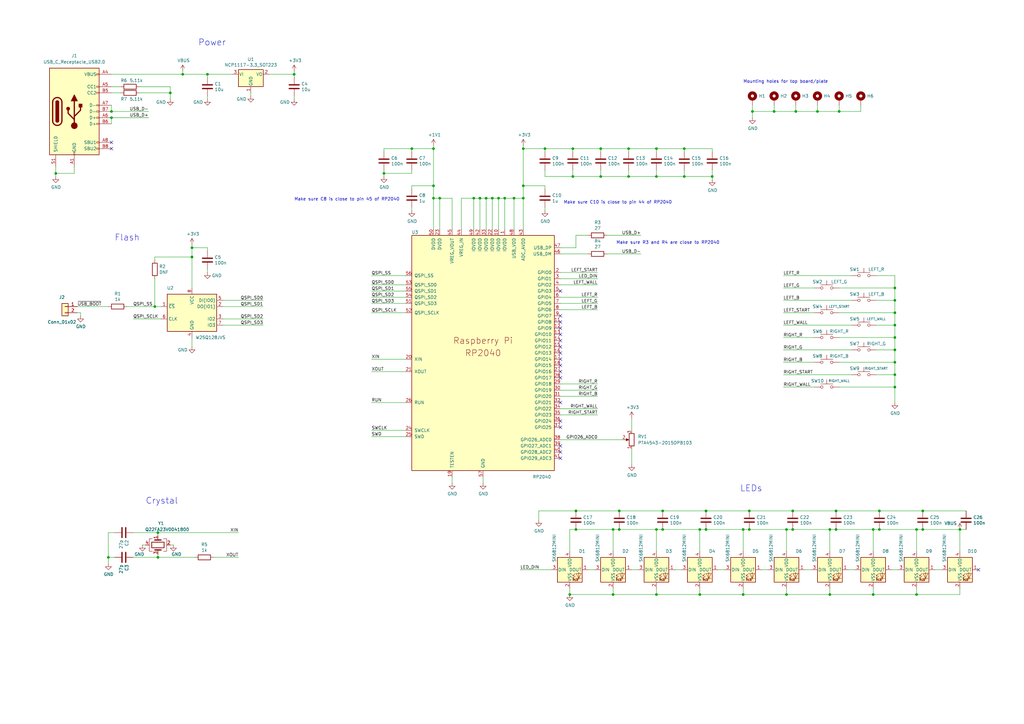
<source format=kicad_sch>
(kicad_sch (version 20211123) (generator eeschema)
  (paper "A3")
  (title_block (title "m.i.n.i.g.e.k.i") (date "2022-06-08") (rev "v3.0") (company "defvs"))
  (junction (at 180.34 81.28))
  (junction (at 78.74 105.41))
  (junction (at 280.67 72.39))
  (junction (at 257.81 72.39))
  (junction (at 63.5 125.73))
  (junction (at 236.22 209.55))
  (junction (at 177.8 81.28))
  (junction (at 287.02 217.17))
  (junction (at 44.45 228.6))
  (junction (at 360.68 209.55))
  (junction (at 325.12 209.55))
  (junction (at 367.03 158.75))
  (junction (at 168.91 60.96))
  (junction (at 360.68 217.17))
  (junction (at 271.78 217.17))
  (junction (at 246.38 72.39))
  (junction (at 234.95 60.96))
  (junction (at 251.46 243.84))
  (junction (at 292.1 72.39))
  (junction (at 393.7 217.17))
  (junction (at 199.39 81.28))
  (junction (at 254 209.55))
  (junction (at 177.8 76.2))
  (junction (at 269.24 60.96))
  (junction (at 344.17 45.72))
  (junction (at 378.46 209.55))
  (junction (at 234.95 72.39))
  (junction (at 120.65 30.48))
  (junction (at 307.34 209.55))
  (junction (at 269.24 72.39))
  (junction (at 214.63 76.2))
  (junction (at 45.72 45.72))
  (junction (at 78.74 101.6))
  (junction (at 85.09 30.48))
  (junction (at 201.93 81.28))
  (junction (at 358.14 243.84))
  (junction (at 289.56 217.17))
  (junction (at 280.67 60.96))
  (junction (at 236.22 217.17))
  (junction (at 64.77 228.6))
  (junction (at 307.34 217.17))
  (junction (at 157.48 71.12))
  (junction (at 342.9 217.17))
  (junction (at 233.68 243.84))
  (junction (at 22.86 71.12))
  (junction (at 194.31 81.28))
  (junction (at 367.03 128.27))
  (junction (at 325.12 217.17))
  (junction (at 207.01 81.28))
  (junction (at 69.85 38.1))
  (junction (at 304.8 217.17))
  (junction (at 367.03 123.19))
  (junction (at 45.72 48.26))
  (junction (at 322.58 243.84))
  (junction (at 367.03 153.67))
  (junction (at 367.03 138.43))
  (junction (at 214.63 81.28))
  (junction (at 317.5 45.72))
  (junction (at 378.46 217.17))
  (junction (at 74.93 30.48))
  (junction (at 367.03 133.35))
  (junction (at 271.78 209.55))
  (junction (at 335.28 45.72))
  (junction (at 177.8 60.96))
  (junction (at 289.56 209.55))
  (junction (at 257.81 60.96))
  (junction (at 340.36 217.17))
  (junction (at 64.77 218.44))
  (junction (at 367.03 148.59))
  (junction (at 326.39 45.72))
  (junction (at 251.46 217.17))
  (junction (at 246.38 60.96))
  (junction (at 223.52 60.96))
  (junction (at 308.61 45.72))
  (junction (at 204.47 81.28))
  (junction (at 287.02 243.84))
  (junction (at 358.14 217.17))
  (junction (at 269.24 217.17))
  (junction (at 375.92 217.17))
  (junction (at 375.92 243.84))
  (junction (at 304.8 243.84))
  (junction (at 367.03 143.51))
  (junction (at 269.24 243.84))
  (junction (at 367.03 118.11))
  (junction (at 322.58 217.17))
  (junction (at 214.63 60.96))
  (junction (at 196.85 81.28))
  (junction (at 254 217.17))
  (junction (at 210.82 81.28))
  (junction (at 342.9 209.55))
  (junction (at 340.36 243.84))
  (no_connect (at 229.87 152.4))
  (no_connect (at 229.87 139.7))
  (no_connect (at 229.87 137.16))
  (no_connect (at 229.87 134.62))
  (no_connect (at 229.87 132.08))
  (no_connect (at 229.87 129.54))
  (no_connect (at 45.72 58.42))
  (no_connect (at 45.72 60.96))
  (no_connect (at 229.87 119.38))
  (no_connect (at 229.87 165.1))
  (no_connect (at 401.32 233.68))
  (no_connect (at 229.87 172.72))
  (no_connect (at 229.87 187.96))
  (no_connect (at 229.87 185.42))
  (no_connect (at 229.87 182.88))
  (no_connect (at 229.87 142.24))
  (no_connect (at 229.87 144.78))
  (no_connect (at 229.87 147.32))
  (no_connect (at 229.87 149.86))
  (no_connect (at 229.87 154.94))
  (no_connect (at 229.87 175.26))
  (wire (pts (xy 78.74 101.6) (xy 78.74 105.41)))
  (wire (pts (xy 180.34 81.28) (xy 177.8 81.28)))
  (wire (pts (xy 353.06 45.72) (xy 344.17 45.72)))
  (wire (pts (xy 196.85 81.28) (xy 199.39 81.28)))
  (wire (pts (xy 157.48 69.85) (xy 157.48 71.12)))
  (wire (pts (xy 185.42 81.28) (xy 180.34 81.28)))
  (wire (pts (xy 344.17 43.18) (xy 344.17 45.72)))
  (wire (pts (xy 59.69 223.52) (xy 58.42 223.52)))
  (wire (pts (xy 289.56 209.55) (xy 307.34 209.55)))
  (wire (pts (xy 294.64 233.68) (xy 297.18 233.68)))
  (wire (pts (xy 393.7 217.17) (xy 396.24 217.17)))
  (wire (pts (xy 245.11 127) (xy 229.87 127)))
  (wire (pts (xy 287.02 241.3) (xy 287.02 243.84)))
  (wire (pts (xy 344.17 148.59) (xy 367.03 148.59)))
  (wire (pts (xy 367.03 153.67) (xy 359.41 153.67)))
  (wire (pts (xy 269.24 241.3) (xy 269.24 243.84)))
  (wire (pts (xy 257.81 62.23) (xy 257.81 60.96)))
  (wire (pts (xy 367.03 118.11) (xy 367.03 123.19)))
  (wire (pts (xy 304.8 217.17) (xy 307.34 217.17)))
  (wire (pts (xy 344.17 118.11) (xy 367.03 118.11)))
  (wire (pts (xy 189.23 93.98) (xy 189.23 81.28)))
  (wire (pts (xy 207.01 81.28) (xy 207.01 93.98)))
  (wire (pts (xy 340.36 241.3) (xy 340.36 243.84)))
  (wire (pts (xy 367.03 153.67) (xy 367.03 158.75)))
  (wire (pts (xy 236.22 96.52) (xy 236.22 101.6)))
  (wire (pts (xy 22.86 68.58) (xy 22.86 71.12)))
  (wire (pts (xy 63.5 105.41) (xy 78.74 105.41)))
  (wire (pts (xy 229.87 116.84) (xy 245.11 116.84)))
  (wire (pts (xy 259.08 233.68) (xy 261.62 233.68)))
  (wire (pts (xy 308.61 45.72) (xy 317.5 45.72)))
  (wire (pts (xy 194.31 81.28) (xy 196.85 81.28)))
  (wire (pts (xy 152.4 119.38) (xy 166.37 119.38)))
  (wire (pts (xy 198.12 195.58) (xy 198.12 198.12)))
  (wire (pts (xy 45.72 43.18) (xy 45.72 45.72)))
  (wire (pts (xy 214.63 60.96) (xy 223.52 60.96)))
  (wire (pts (xy 78.74 100.33) (xy 78.74 101.6)))
  (wire (pts (xy 166.37 128.27) (xy 152.4 128.27)))
  (wire (pts (xy 85.09 31.75) (xy 85.09 30.48)))
  (wire (pts (xy 78.74 138.43) (xy 78.74 142.24)))
  (wire (pts (xy 210.82 93.98) (xy 210.82 81.28)))
  (wire (pts (xy 223.52 77.47) (xy 223.52 76.2)))
  (wire (pts (xy 223.52 85.09) (xy 223.52 86.36)))
  (wire (pts (xy 271.78 217.17) (xy 287.02 217.17)))
  (wire (pts (xy 233.68 217.17) (xy 236.22 217.17)))
  (wire (pts (xy 280.67 72.39) (xy 269.24 72.39)))
  (wire (pts (xy 64.77 227.33) (xy 64.77 228.6)))
  (wire (pts (xy 22.86 71.12) (xy 30.48 71.12)))
  (wire (pts (xy 342.9 217.17) (xy 358.14 217.17)))
  (wire (pts (xy 166.37 152.4) (xy 152.4 152.4)))
  (wire (pts (xy 257.81 69.85) (xy 257.81 72.39)))
  (wire (pts (xy 214.63 76.2) (xy 214.63 81.28)))
  (wire (pts (xy 196.85 93.98) (xy 196.85 81.28)))
  (wire (pts (xy 57.15 35.56) (xy 69.85 35.56)))
  (wire (pts (xy 91.44 125.73) (xy 107.95 125.73)))
  (wire (pts (xy 234.95 62.23) (xy 234.95 60.96)))
  (wire (pts (xy 233.68 226.06) (xy 233.68 217.17)))
  (wire (pts (xy 254 209.55) (xy 271.78 209.55)))
  (wire (pts (xy 185.42 93.98) (xy 185.42 81.28)))
  (wire (pts (xy 321.31 153.67) (xy 349.25 153.67)))
  (wire (pts (xy 358.14 217.17) (xy 358.14 226.06)))
  (wire (pts (xy 168.91 76.2) (xy 177.8 76.2)))
  (wire (pts (xy 45.72 48.26) (xy 60.96 48.26)))
  (wire (pts (xy 236.22 209.55) (xy 254 209.55)))
  (wire (pts (xy 120.65 30.48) (xy 120.65 29.21)))
  (wire (pts (xy 85.09 110.49) (xy 85.09 111.76)))
  (wire (pts (xy 308.61 45.72) (xy 308.61 48.26)))
  (wire (pts (xy 120.65 31.75) (xy 120.65 30.48)))
  (wire (pts (xy 321.31 123.19) (xy 349.25 123.19)))
  (wire (pts (xy 358.14 217.17) (xy 360.68 217.17)))
  (wire (pts (xy 325.12 217.17) (xy 340.36 217.17)))
  (wire (pts (xy 168.91 62.23) (xy 168.91 60.96)))
  (wire (pts (xy 194.31 93.98) (xy 194.31 81.28)))
  (wire (pts (xy 375.92 217.17) (xy 378.46 217.17)))
  (wire (pts (xy 308.61 43.18) (xy 308.61 45.72)))
  (wire (pts (xy 64.77 228.6) (xy 80.01 228.6)))
  (wire (pts (xy 271.78 209.55) (xy 289.56 209.55)))
  (wire (pts (xy 289.56 217.17) (xy 304.8 217.17)))
  (wire (pts (xy 52.07 125.73) (xy 63.5 125.73)))
  (wire (pts (xy 358.14 243.84) (xy 375.92 243.84)))
  (wire (pts (xy 367.03 148.59) (xy 367.03 153.67)))
  (wire (pts (xy 157.48 62.23) (xy 157.48 60.96)))
  (wire (pts (xy 367.03 158.75) (xy 367.03 165.1)))
  (wire (pts (xy 287.02 243.84) (xy 304.8 243.84)))
  (wire (pts (xy 280.67 69.85) (xy 280.67 72.39)))
  (wire (pts (xy 152.4 147.32) (xy 166.37 147.32)))
  (wire (pts (xy 287.02 217.17) (xy 289.56 217.17)))
  (wire (pts (xy 245.11 124.46) (xy 229.87 124.46)))
  (wire (pts (xy 375.92 243.84) (xy 375.92 241.3)))
  (wire (pts (xy 236.22 209.55) (xy 220.98 209.55)))
  (wire (pts (xy 229.87 101.6) (xy 236.22 101.6)))
  (wire (pts (xy 375.92 217.17) (xy 375.92 226.06)))
  (wire (pts (xy 157.48 60.96) (xy 168.91 60.96)))
  (wire (pts (xy 322.58 243.84) (xy 340.36 243.84)))
  (wire (pts (xy 45.72 35.56) (xy 49.53 35.56)))
  (wire (pts (xy 229.87 114.3) (xy 245.11 114.3)))
  (wire (pts (xy 322.58 217.17) (xy 322.58 226.06)))
  (wire (pts (xy 204.47 93.98) (xy 204.47 81.28)))
  (wire (pts (xy 321.31 143.51) (xy 349.25 143.51)))
  (wire (pts (xy 45.72 48.26) (xy 45.72 50.8)))
  (wire (pts (xy 245.11 121.92) (xy 229.87 121.92)))
  (wire (pts (xy 344.17 128.27) (xy 367.03 128.27)))
  (wire (pts (xy 365.76 233.68) (xy 368.3 233.68)))
  (wire (pts (xy 234.95 69.85) (xy 234.95 72.39)))
  (wire (pts (xy 335.28 45.72) (xy 335.28 43.18)))
  (wire (pts (xy 199.39 93.98) (xy 199.39 81.28)))
  (wire (pts (xy 166.37 176.53) (xy 152.4 176.53)))
  (wire (pts (xy 269.24 243.84) (xy 287.02 243.84)))
  (wire (pts (xy 375.92 243.84) (xy 393.7 243.84)))
  (wire (pts (xy 210.82 81.28) (xy 214.63 81.28)))
  (wire (pts (xy 229.87 180.34) (xy 255.27 180.34)))
  (wire (pts (xy 234.95 72.39) (xy 223.52 72.39)))
  (wire (pts (xy 269.24 217.17) (xy 269.24 226.06)))
  (wire (pts (xy 248.92 96.52) (xy 262.89 96.52)))
  (wire (pts (xy 85.09 101.6) (xy 78.74 101.6)))
  (wire (pts (xy 189.23 81.28) (xy 194.31 81.28)))
  (wire (pts (xy 152.4 116.84) (xy 166.37 116.84)))
  (wire (pts (xy 95.25 30.48) (xy 85.09 30.48)))
  (wire (pts (xy 322.58 241.3) (xy 322.58 243.84)))
  (wire (pts (xy 69.85 223.52) (xy 71.12 223.52)))
  (wire (pts (xy 269.24 217.17) (xy 271.78 217.17)))
  (wire (pts (xy 31.75 128.27) (xy 33.02 128.27)))
  (wire (pts (xy 220.98 209.55) (xy 220.98 213.36)))
  (wire (pts (xy 259.08 171.45) (xy 259.08 176.53)))
  (wire (pts (xy 157.48 71.12) (xy 168.91 71.12)))
  (wire (pts (xy 152.4 121.92) (xy 166.37 121.92)))
  (wire (pts (xy 168.91 85.09) (xy 168.91 86.36)))
  (wire (pts (xy 74.93 30.48) (xy 85.09 30.48)))
  (wire (pts (xy 241.3 233.68) (xy 243.84 233.68)))
  (wire (pts (xy 359.41 123.19) (xy 367.03 123.19)))
  (wire (pts (xy 44.45 228.6) (xy 44.45 231.14)))
  (wire (pts (xy 64.77 218.44) (xy 64.77 219.71)))
  (wire (pts (xy 85.09 39.37) (xy 85.09 40.64)))
  (wire (pts (xy 45.72 30.48) (xy 74.93 30.48)))
  (wire (pts (xy 344.17 138.43) (xy 367.03 138.43)))
  (wire (pts (xy 287.02 217.17) (xy 287.02 226.06)))
  (wire (pts (xy 229.87 162.56) (xy 245.11 162.56)))
  (wire (pts (xy 33.02 128.27) (xy 33.02 129.54)))
  (wire (pts (xy 85.09 102.87) (xy 85.09 101.6)))
  (wire (pts (xy 304.8 217.17) (xy 304.8 226.06)))
  (wire (pts (xy 54.61 218.44) (xy 64.77 218.44)))
  (wire (pts (xy 177.8 60.96) (xy 177.8 76.2)))
  (wire (pts (xy 110.49 30.48) (xy 120.65 30.48)))
  (wire (pts (xy 229.87 157.48) (xy 245.11 157.48)))
  (wire (pts (xy 166.37 113.03) (xy 152.4 113.03)))
  (wire (pts (xy 91.44 130.81) (xy 107.95 130.81)))
  (wire (pts (xy 292.1 62.23) (xy 292.1 60.96)))
  (wire (pts (xy 78.74 105.41) (xy 78.74 118.11)))
  (wire (pts (xy 177.8 76.2) (xy 177.8 81.28)))
  (wire (pts (xy 280.67 72.39) (xy 292.1 72.39)))
  (wire (pts (xy 87.63 228.6) (xy 97.79 228.6)))
  (wire (pts (xy 166.37 179.07) (xy 152.4 179.07)))
  (wire (pts (xy 393.7 241.3) (xy 393.7 243.84)))
  (wire (pts (xy 44.45 218.44) (xy 44.45 228.6)))
  (wire (pts (xy 54.61 130.81) (xy 66.04 130.81)))
  (wire (pts (xy 259.08 184.15) (xy 259.08 190.5)))
  (wire (pts (xy 69.85 35.56) (xy 69.85 38.1)))
  (wire (pts (xy 45.72 45.72) (xy 60.96 45.72)))
  (wire (pts (xy 383.54 233.68) (xy 386.08 233.68)))
  (wire (pts (xy 229.87 167.64) (xy 245.11 167.64)))
  (wire (pts (xy 248.92 104.14) (xy 262.89 104.14)))
  (wire (pts (xy 168.91 60.96) (xy 177.8 60.96)))
  (wire (pts (xy 367.03 133.35) (xy 367.03 138.43)))
  (wire (pts (xy 44.45 125.73) (xy 31.75 125.73)))
  (wire (pts (xy 30.48 68.58) (xy 30.48 71.12)))
  (wire (pts (xy 269.24 60.96) (xy 280.67 60.96)))
  (wire (pts (xy 236.22 217.17) (xy 251.46 217.17)))
  (wire (pts (xy 54.61 228.6) (xy 64.77 228.6)))
  (wire (pts (xy 359.41 113.03) (xy 367.03 113.03)))
  (wire (pts (xy 322.58 217.17) (xy 325.12 217.17)))
  (wire (pts (xy 317.5 43.18) (xy 317.5 45.72)))
  (wire (pts (xy 378.46 217.17) (xy 393.7 217.17)))
  (wire (pts (xy 340.36 217.17) (xy 342.9 217.17)))
  (wire (pts (xy 251.46 217.17) (xy 254 217.17)))
  (wire (pts (xy 63.5 106.68) (xy 63.5 105.41)))
  (wire (pts (xy 207.01 81.28) (xy 210.82 81.28)))
  (wire (pts (xy 213.36 233.68) (xy 226.06 233.68)))
  (wire (pts (xy 340.36 243.84) (xy 358.14 243.84)))
  (wire (pts (xy 359.41 133.35) (xy 367.03 133.35)))
  (wire (pts (xy 45.72 38.1) (xy 49.53 38.1)))
  (wire (pts (xy 280.67 60.96) (xy 292.1 60.96)))
  (wire (pts (xy 358.14 241.3) (xy 358.14 243.84)))
  (wire (pts (xy 204.47 81.28) (xy 207.01 81.28)))
  (wire (pts (xy 360.68 209.55) (xy 378.46 209.55)))
  (wire (pts (xy 233.68 243.84) (xy 251.46 243.84)))
  (wire (pts (xy 102.87 38.1) (xy 102.87 39.37)))
  (wire (pts (xy 63.5 125.73) (xy 66.04 125.73)))
  (wire (pts (xy 347.98 233.68) (xy 350.52 233.68)))
  (wire (pts (xy 367.03 128.27) (xy 367.03 133.35)))
  (wire (pts (xy 180.34 93.98) (xy 180.34 81.28)))
  (wire (pts (xy 269.24 69.85) (xy 269.24 72.39)))
  (wire (pts (xy 214.63 76.2) (xy 223.52 76.2)))
  (wire (pts (xy 229.87 160.02) (xy 245.11 160.02)))
  (wire (pts (xy 91.44 123.19) (xy 107.95 123.19)))
  (wire (pts (xy 46.99 218.44) (xy 44.45 218.44)))
  (wire (pts (xy 199.39 81.28) (xy 201.93 81.28)))
  (wire (pts (xy 69.85 38.1) (xy 69.85 40.64)))
  (wire (pts (xy 342.9 209.55) (xy 360.68 209.55)))
  (wire (pts (xy 120.65 39.37) (xy 120.65 40.64)))
  (wire (pts (xy 251.46 241.3) (xy 251.46 243.84)))
  (wire (pts (xy 321.31 128.27) (xy 334.01 128.27)))
  (wire (pts (xy 378.46 209.55) (xy 396.24 209.55)))
  (wire (pts (xy 292.1 69.85) (xy 292.1 72.39)))
  (wire (pts (xy 254 217.17) (xy 269.24 217.17)))
  (wire (pts (xy 223.52 69.85) (xy 223.52 72.39)))
  (wire (pts (xy 393.7 217.17) (xy 393.7 226.06)))
  (wire (pts (xy 321.31 138.43) (xy 334.01 138.43)))
  (wire (pts (xy 307.34 217.17) (xy 322.58 217.17)))
  (wire (pts (xy 74.93 29.21) (xy 74.93 30.48)))
  (wire (pts (xy 177.8 81.28) (xy 177.8 93.98)))
  (wire (pts (xy 257.81 72.39) (xy 246.38 72.39)))
  (wire (pts (xy 367.03 143.51) (xy 367.03 148.59)))
  (wire (pts (xy 321.31 158.75) (xy 334.01 158.75)))
  (wire (pts (xy 229.87 170.18) (xy 245.11 170.18)))
  (wire (pts (xy 246.38 72.39) (xy 234.95 72.39)))
  (wire (pts (xy 185.42 195.58) (xy 185.42 198.12)))
  (wire (pts (xy 223.52 62.23) (xy 223.52 60.96)))
  (wire (pts (xy 177.8 59.69) (xy 177.8 60.96)))
  (wire (pts (xy 269.24 62.23) (xy 269.24 60.96)))
  (wire (pts (xy 325.12 209.55) (xy 342.9 209.55)))
  (wire (pts (xy 344.17 158.75) (xy 367.03 158.75)))
  (wire (pts (xy 245.11 111.76) (xy 229.87 111.76)))
  (wire (pts (xy 344.17 45.72) (xy 335.28 45.72)))
  (wire (pts (xy 214.63 60.96) (xy 214.63 76.2)))
  (wire (pts (xy 64.77 218.44) (xy 97.79 218.44)))
  (wire (pts (xy 321.31 133.35) (xy 349.25 133.35)))
  (wire (pts (xy 360.68 217.17) (xy 375.92 217.17)))
  (wire (pts (xy 152.4 124.46) (xy 166.37 124.46)))
  (wire (pts (xy 63.5 114.3) (xy 63.5 125.73)))
  (wire (pts (xy 321.31 148.59) (xy 334.01 148.59)))
  (wire (pts (xy 304.8 243.84) (xy 322.58 243.84)))
  (wire (pts (xy 166.37 165.1) (xy 152.4 165.1)))
  (wire (pts (xy 214.63 59.69) (xy 214.63 60.96)))
  (wire (pts (xy 251.46 243.84) (xy 269.24 243.84)))
  (wire (pts (xy 91.44 133.35) (xy 107.95 133.35)))
  (wire (pts (xy 236.22 96.52) (xy 241.3 96.52)))
  (wire (pts (xy 233.68 241.3) (xy 233.68 243.84)))
  (wire (pts (xy 307.34 209.55) (xy 325.12 209.55)))
  (wire (pts (xy 367.03 113.03) (xy 367.03 118.11)))
  (wire (pts (xy 367.03 143.51) (xy 359.41 143.51)))
  (wire (pts (xy 317.5 45.72) (xy 326.39 45.72)))
  (wire (pts (xy 280.67 62.23) (xy 280.67 60.96)))
  (wire (pts (xy 251.46 217.17) (xy 251.46 226.06)))
  (wire (pts (xy 292.1 72.39) (xy 292.1 73.66)))
  (wire (pts (xy 46.99 228.6) (xy 44.45 228.6)))
  (wire (pts (xy 269.24 72.39) (xy 257.81 72.39)))
  (wire (pts (xy 201.93 81.28) (xy 204.47 81.28)))
  (wire (pts (xy 276.86 233.68) (xy 279.4 233.68)))
  (wire (pts (xy 321.31 118.11) (xy 334.01 118.11)))
  (wire (pts (xy 214.63 81.28) (xy 214.63 93.98)))
  (wire (pts (xy 367.03 123.19) (xy 367.03 128.27)))
  (wire (pts (xy 257.81 60.96) (xy 269.24 60.96)))
  (wire (pts (xy 246.38 60.96) (xy 257.81 60.96)))
  (wire (pts (xy 246.38 69.85) (xy 246.38 72.39)))
  (wire (pts (xy 157.48 71.12) (xy 157.48 72.39)))
  (wire (pts (xy 367.03 138.43) (xy 367.03 143.51)))
  (wire (pts (xy 304.8 241.3) (xy 304.8 243.84)))
  (wire (pts (xy 326.39 45.72) (xy 335.28 45.72)))
  (wire (pts (xy 22.86 71.12) (xy 22.86 72.39)))
  (wire (pts (xy 168.91 71.12) (xy 168.91 69.85)))
  (wire (pts (xy 168.91 77.47) (xy 168.91 76.2)))
  (wire (pts (xy 340.36 217.17) (xy 340.36 226.06)))
  (wire (pts (xy 246.38 62.23) (xy 246.38 60.96)))
  (wire (pts (xy 330.2 233.68) (xy 332.74 233.68)))
  (wire (pts (xy 326.39 43.18) (xy 326.39 45.72)))
  (wire (pts (xy 57.15 38.1) (xy 69.85 38.1)))
  (wire (pts (xy 229.87 104.14) (xy 241.3 104.14)))
  (wire (pts (xy 234.95 60.96) (xy 246.38 60.96)))
  (wire (pts (xy 201.93 93.98) (xy 201.93 81.28)))
  (wire (pts (xy 312.42 233.68) (xy 314.96 233.68)))
  (wire (pts (xy 223.52 60.96) (xy 234.95 60.96)))
  (wire (pts (xy 321.31 113.03) (xy 349.25 113.03)))
  (wire (pts (xy 353.06 43.18) (xy 353.06 45.72)))
  (text "Mounting holes for top board/plate" (at 304.8 34.29 0) (effects (font (size 1.27 1.27)) (justify left bottom)))
  (text "LEDs" (at 303.53 201.93 0) (effects (font (size 2.54 2.54)) (justify left bottom)))
  (text "Make sure C10 is close to pin 44 of RP2040" (at 231.14 83.82 0) (effects (font (size 1.27 1.27)) (justify left bottom)))
  (text "Power" (at 81.28 19.05 0) (effects (font (size 2.54 2.54)) (justify left bottom)))
  (text "Crystal" (at 59.69 207.01 0) (effects (font (size 2.54 2.54)) (justify left bottom)))
  (text "Make sure C8 is close to pin 45 of RP2040" (at 120.65 82.55 0) (effects (font (size 1.27 1.27)) (justify left bottom)))
  (text "Flash" (at 46.99 99.06 0) (effects (font (size 2.54 2.54)) (justify left bottom)))
  (text "Make sure R3 and R4 are close to RP2040" (at 252.73 100.33 0) (effects (font (size 1.27 1.27)) (justify left bottom)))
  (label "XIN" (at 97.79 218.44 180))
  (label "XOUT" (at 152.4 152.4 0))
  (label "LEFT_R" (at 321.31 113.03 0))
  (label "USB_D-" (at 262.89 104.14 180))
  (label "LEFT_START" (at 245.11 111.76 180))
  (label "QSPI_SD2" (at 152.4 121.92 0))
  (label "LEFT_R" (at 245.11 121.92 180))
  (label "GPIO26_ADC0" (at 245.11 180.34 180))
  (label "LED_DIN" (at 213.36 233.68 0))
  (label "RUN" (at 152.4 165.1 0))
  (label "LED_DIN" (at 245.11 114.3 180))
  (label "LEFT_B" (at 245.11 127 180))
  (label "RIGHT_R" (at 245.11 157.48 180))
  (label "QSPI_SD2" (at 107.95 130.81 180))
  (label "RIGHT_WALL" (at 245.11 167.64 180))
  (label "LEFT_B" (at 321.31 123.19 0))
  (label "RIGHT_R" (at 321.31 138.43 0))
  (label "RIGHT_B" (at 321.31 148.59 0))
  (label "QSPI_SS" (at 152.4 113.03 0))
  (label "RIGHT_G" (at 245.11 160.02 180))
  (label "QSPI_SCLK" (at 54.61 130.81 0))
  (label "USB_D-" (at 60.96 45.72 180))
  (label "~{USB_BOOT}" (at 31.75 125.73 0))
  (label "RIGHT_WALL" (at 321.31 158.75 0))
  (label "QSPI_SD1" (at 152.4 119.38 0))
  (label "SWD" (at 152.4 179.07 0))
  (label "QSPI_SD1" (at 107.95 125.73 180))
  (label "QSPI_SD0" (at 107.95 123.19 180))
  (label "QSPI_SD3" (at 107.95 133.35 180))
  (label "LEFT_WALL" (at 245.11 116.84 180))
  (label "RIGHT_G" (at 321.31 143.51 0))
  (label "QSPI_SD3" (at 152.4 124.46 0))
  (label "LEFT_START" (at 321.31 128.27 0))
  (label "XIN" (at 152.4 147.32 0))
  (label "LEFT_G" (at 245.11 124.46 180))
  (label "LEFT_G" (at 321.31 118.11 0))
  (label "QSPI_SD0" (at 152.4 116.84 0))
  (label "USB_D+" (at 262.89 96.52 180))
  (label "QSPI_SS" (at 54.61 125.73 0))
  (label "RIGHT_START" (at 321.31 153.67 0))
  (label "USB_D+" (at 60.96 48.26 180))
  (label "RIGHT_B" (at 245.11 162.56 180))
  (label "RIGHT_START" (at 245.11 170.18 180))
  (label "LEFT_WALL" (at 321.31 133.35 0))
  (label "QSPI_SCLK" (at 152.4 128.27 0))
  (label "XOUT" (at 97.79 228.6 180))
  (label "SWCLK" (at 152.4 176.53 0))
  (symbol (lib_id "MCU_RaspberryPi_RP2040:RP2040") (at 198.12 144.78 0) (unit 1)
    (property "Reference" "U3" (at 170.18 95.25 0))
    (property "Value" "RP2040" (at 222.25 195.58 0))
    (property "Footprint" "RP2040_minimal:RP2040-QFN-56" (effects hide))
    (property "Description" "RP2040" (effects hide))
    (property "Package" "QFN-56" (effects hide))
    (property "MPN" "RP2040" (effects hide))
  )
  (symbol (lib_id "Device:C") (at 50.8 218.44 270) (unit 1)
    (property "Reference" "C2" (at 51.9684 221.361 0) (effects (justify left)))
    (property "Value" "27p" (at 49.657 221.361 0) (effects (justify left)))
    (property "Footprint" "Capacitor_SMD:C_0402_1005Metric" (effects hide))
    (property "Package" "0402" (effects hide))
  )
  (symbol (lib_id "Device:C") (at 50.8 228.6 270) (unit 1)
    (property "Reference" "C3" (at 51.9684 231.521 0) (effects (justify left)))
    (property "Value" "27p" (at 49.657 231.521 0) (effects (justify left)))
    (property "Footprint" "Capacitor_SMD:C_0402_1005Metric" (effects hide))
    (property "Package" "0402" (effects hide))
  )
  (symbol (lib_id "power:GND") (at 44.45 231.14 0) (unit 1)
    (property "Reference" "#PWR06" (effects hide))
    (property "Value" "GND" (at 44.577 235.5342 0))
  )
  (symbol (lib_id "Memory_Flash:W25Q128JVS") (at 78.74 128.27 0) (unit 1)
    (property "Reference" "U2" (at 69.85 118.11 0))
    (property "Value" "W25Q128JVS" (at 86.36 138.43 0))
    (property "Footprint" "Package_SO:SOIC-8_5.23x5.23mm_P1.27mm" (effects hide))
    (property "Datasheet" "http://www.winbond.com/resource-files/w25q128jv_dtr%20revc%2003272018%20plus.pdf" (effects hide))
    (property "Description" "W25Q128JVS" (effects hide))
    (property "Package" "SOIC-8_5.23x5.23mm_P1.27mm" (effects hide))
    (property "MPN" "W25Q128JVS" (effects hide))
  )
  (symbol (lib_id "power:+3V3") (at 78.74 100.33 0) (unit 1)
    (property "Reference" "#PWR07" (effects hide))
    (property "Value" "+3V3" (at 79.121 95.9358 0))
  )
  (symbol (lib_id "power:GND") (at 78.74 142.24 0) (unit 1)
    (property "Reference" "#PWR08" (effects hide))
    (property "Value" "GND" (at 74.93 143.51 0))
  )
  (symbol (lib_id "Device:R") (at 63.5 110.49 0) (unit 1)
    (property "Reference" "R2" (at 65.278 109.3216 0) (effects (justify left)))
    (property "Value" "DNF" (at 65.278 111.633 0) (effects (justify left)))
    (property "Footprint" "Capacitor_SMD:C_0402_1005Metric" (effects hide))
    (property "Package" "0402" (effects hide))
  )
  (symbol (lib_id "Device:R") (at 48.26 125.73 270) (unit 1)
    (property "Reference" "R1" (at 48.26 120.4722 90))
    (property "Value" "1k" (at 48.26 122.7836 90))
    (property "Footprint" "Capacitor_SMD:C_0402_1005Metric" (effects hide))
    (property "Package" "0402" (effects hide))
  )
  (symbol (lib_id "Device:C") (at 85.09 106.68 0) (unit 1)
    (property "Reference" "C5" (at 88.011 105.5116 0) (effects (justify left)))
    (property "Value" "100n" (at 88.011 107.823 0) (effects (justify left)))
    (property "Footprint" "Capacitor_SMD:C_0402_1005Metric" (effects hide))
    (property "Package" "0402" (effects hide))
  )
  (symbol (lib_id "power:GND") (at 85.09 111.76 0) (unit 1)
    (property "Reference" "#PWR011" (effects hide))
    (property "Value" "GND" (at 88.9 113.03 0))
  )
  (symbol (lib_id "power:GND") (at 198.12 198.12 0) (unit 1)
    (property "Reference" "#PWR016" (effects hide))
    (property "Value" "GND" (at 198.247 202.5142 0))
  )
  (symbol (lib_id "power:GND") (at 185.42 198.12 0) (unit 1)
    (property "Reference" "#PWR015" (effects hide))
    (property "Value" "GND" (at 185.547 202.5142 0))
  )
  (symbol (lib_id "Device:R") (at 245.11 96.52 270) (unit 1)
    (property "Reference" "R3" (at 245.11 91.2622 90))
    (property "Value" "27" (at 245.11 93.5736 90))
    (property "Footprint" "Capacitor_SMD:C_0402_1005Metric" (effects hide))
    (property "Package" "0402" (effects hide))
  )
  (symbol (lib_id "Device:R") (at 245.11 104.14 270) (unit 1)
    (property "Reference" "R4" (at 245.11 98.8822 90))
    (property "Value" "27" (at 245.11 101.1936 90))
    (property "Footprint" "Capacitor_SMD:C_0402_1005Metric" (effects hide))
    (property "Package" "0402" (effects hide))
  )
  (symbol (lib_id "power:GND") (at 22.86 72.39 0) (unit 1)
    (property "Reference" "#PWR01" (effects hide))
    (property "Value" "GND" (at 22.987 76.7842 0))
  )
  (symbol (lib_id "power:+3V3") (at 214.63 59.69 0) (unit 1)
    (property "Reference" "#PWR017" (effects hide))
    (property "Value" "+3V3" (at 215.011 55.2958 0))
  )
  (symbol (lib_id "power:+1V1") (at 177.8 59.69 0) (unit 1)
    (property "Reference" "#PWR014" (effects hide))
    (property "Value" "+1V1" (at 178.181 55.2958 0))
  )
  (symbol (lib_id "Device:C") (at 223.52 66.04 0) (unit 1)
    (property "Reference" "C9" (at 226.441 64.8716 0) (effects (justify left)))
    (property "Value" "100n" (at 226.441 67.183 0) (effects (justify left)))
    (property "Footprint" "Capacitor_SMD:C_0402_1005Metric" (effects hide))
    (property "Package" "0402" (effects hide))
  )
  (symbol (lib_id "Device:C") (at 234.95 66.04 0) (unit 1)
    (property "Reference" "C11" (at 237.871 64.8716 0) (effects (justify left)))
    (property "Value" "100n" (at 237.871 67.183 0) (effects (justify left)))
    (property "Footprint" "Capacitor_SMD:C_0402_1005Metric" (effects hide))
    (property "Package" "0402" (effects hide))
  )
  (symbol (lib_id "Device:C") (at 246.38 66.04 0) (unit 1)
    (property "Reference" "C12" (at 249.301 64.8716 0) (effects (justify left)))
    (property "Value" "100n" (at 249.301 67.183 0) (effects (justify left)))
    (property "Footprint" "Capacitor_SMD:C_0402_1005Metric" (effects hide))
    (property "Package" "0402" (effects hide))
  )
  (symbol (lib_id "Device:C") (at 257.81 66.04 0) (unit 1)
    (property "Reference" "C13" (at 260.731 64.8716 0) (effects (justify left)))
    (property "Value" "100n" (at 260.731 67.183 0) (effects (justify left)))
    (property "Footprint" "Capacitor_SMD:C_0402_1005Metric" (effects hide))
    (property "Package" "0402" (effects hide))
  )
  (symbol (lib_id "Device:C") (at 269.24 66.04 0) (unit 1)
    (property "Reference" "C14" (at 272.161 64.8716 0) (effects (justify left)))
    (property "Value" "100n" (at 272.161 67.183 0) (effects (justify left)))
    (property "Footprint" "Capacitor_SMD:C_0402_1005Metric" (effects hide))
    (property "Package" "0402" (effects hide))
  )
  (symbol (lib_id "Device:C") (at 280.67 66.04 0) (unit 1)
    (property "Reference" "C15" (at 283.591 64.8716 0) (effects (justify left)))
    (property "Value" "100n" (at 283.591 67.183 0) (effects (justify left)))
    (property "Footprint" "Capacitor_SMD:C_0402_1005Metric" (effects hide))
    (property "Package" "0402" (effects hide))
  )
  (symbol (lib_id "Device:C") (at 292.1 66.04 0) (unit 1)
    (property "Reference" "C16" (at 295.021 64.8716 0) (effects (justify left)))
    (property "Value" "100n" (at 295.021 67.183 0) (effects (justify left)))
    (property "Footprint" "Capacitor_SMD:C_0402_1005Metric" (effects hide))
    (property "Package" "0402" (effects hide))
  )
  (symbol (lib_id "Device:C") (at 157.48 66.04 0) (unit 1)
    (property "Reference" "C6" (at 160.401 64.8716 0) (effects (justify left)))
    (property "Value" "100n" (at 160.401 67.183 0) (effects (justify left)))
    (property "Footprint" "Capacitor_SMD:C_0402_1005Metric" (effects hide))
    (property "Package" "0402" (effects hide))
  )
  (symbol (lib_id "Device:C") (at 168.91 66.04 0) (unit 1)
    (property "Reference" "C7" (at 171.831 64.8716 0) (effects (justify left)))
    (property "Value" "100n" (at 171.831 67.183 0) (effects (justify left)))
    (property "Footprint" "Capacitor_SMD:C_0402_1005Metric" (effects hide))
    (property "Package" "0402" (effects hide))
  )
  (symbol (lib_id "Device:C") (at 168.91 81.28 0) (unit 1)
    (property "Reference" "C8" (at 171.831 80.1116 0) (effects (justify left)))
    (property "Value" "1u" (at 171.831 82.423 0) (effects (justify left)))
    (property "Footprint" "Capacitor_SMD:C_0402_1005Metric" (effects hide))
    (property "Package" "0402" (effects hide))
  )
  (symbol (lib_id "Device:C") (at 223.52 81.28 0) (unit 1)
    (property "Reference" "C10" (at 226.441 80.1116 0) (effects (justify left)))
    (property "Value" "1u" (at 226.441 82.423 0) (effects (justify left)))
    (property "Footprint" "Capacitor_SMD:C_0402_1005Metric" (effects hide))
    (property "Package" "0402" (effects hide))
  )
  (symbol (lib_id "power:GND") (at 292.1 73.66 0) (unit 1)
    (property "Reference" "#PWR023" (effects hide))
    (property "Value" "GND" (at 292.227 78.0542 0))
  )
  (symbol (lib_id "power:GND") (at 157.48 72.39 0) (unit 1)
    (property "Reference" "#PWR012" (effects hide))
    (property "Value" "GND" (at 157.607 76.7842 0))
  )
  (symbol (lib_id "power:GND") (at 168.91 86.36 0) (unit 1)
    (property "Reference" "#PWR013" (effects hide))
    (property "Value" "GND" (at 169.037 90.7542 0))
  )
  (symbol (lib_id "power:GND") (at 223.52 86.36 0) (unit 1)
    (property "Reference" "#PWR018" (effects hide))
    (property "Value" "GND" (at 223.647 90.7542 0))
  )
  (symbol (lib_id "Regulator_Linear:NCP1117-3.3_SOT223") (at 102.87 30.48 0) (unit 1)
    (property "Reference" "U1" (at 102.87 24.3332 0))
    (property "Value" "NCP1117-3.3_SOT223" (at 102.87 26.6446 0))
    (property "Footprint" "Package_TO_SOT_SMD:SOT-223-3_TabPin2" (effects hide))
    (property "Datasheet" "http://www.onsemi.com/pub_link/Collateral/NCP1117-D.PDF" (effects hide))
    (property "Description" "NCP1117ST33T3G" (effects hide))
    (property "Package" "SOT223-3" (effects hide))
    (property "MPN" "NCP1117ST33T3G" (effects hide))
  )
  (symbol (lib_id "power:VBUS") (at 74.93 29.21 0) (unit 1)
    (property "Reference" "#PWR03" (effects hide))
    (property "Value" "VBUS" (at 75.311 24.8158 0))
  )
  (symbol (lib_id "power:GND") (at 102.87 39.37 0) (unit 1)
    (property "Reference" "#PWR05" (effects hide))
    (property "Value" "GND" (at 99.06 40.64 0))
  )
  (symbol (lib_id "power:+3V3") (at 120.65 29.21 0) (unit 1)
    (property "Reference" "#PWR09" (effects hide))
    (property "Value" "+3V3" (at 121.031 24.8158 0))
  )
  (symbol (lib_id "Device:C") (at 85.09 35.56 0) (unit 1)
    (property "Reference" "C1" (at 88.011 34.3916 0) (effects (justify left)))
    (property "Value" "10u" (at 88.011 36.703 0) (effects (justify left)))
    (property "Footprint" "Capacitor_SMD:C_0805_2012Metric" (effects hide))
    (property "Package" "0805" (effects hide))
  )
  (symbol (lib_id "Device:C") (at 120.65 35.56 0) (unit 1)
    (property "Reference" "C4" (at 123.571 34.3916 0) (effects (justify left)))
    (property "Value" "10u" (at 123.571 36.703 0) (effects (justify left)))
    (property "Footprint" "Capacitor_SMD:C_0805_2012Metric" (effects hide))
    (property "Package" "0805" (effects hide))
  )
  (symbol (lib_id "power:GND") (at 85.09 40.64 0) (unit 1)
    (property "Reference" "#PWR04" (effects hide))
    (property "Value" "GND" (at 81.28 41.91 0))
  )
  (symbol (lib_id "power:GND") (at 120.65 40.64 0) (unit 1)
    (property "Reference" "#PWR010" (effects hide))
    (property "Value" "GND" (at 116.84 41.91 0))
  )
  (symbol (lib_id "Device:R") (at 83.82 228.6 270) (unit 1)
    (property "Reference" "R5" (at 83.82 223.3422 90))
    (property "Value" "1k" (at 83.82 225.6536 90))
    (property "Footprint" "Capacitor_SMD:C_0402_1005Metric" (effects hide))
    (property "Package" "0402" (effects hide))
  )
  (symbol (lib_id "Connector_Generic:Conn_01x02") (at 26.67 125.73 0) (mirror y) (unit 1)
    (property "Reference" "J2" (at 25.4 121.92 0))
    (property "Value" "Conn_01x02" (at 25.4 132.08 0))
    (property "Footprint" "Connector_PinHeader_2.54mm:PinHeader_1x02_P2.54mm_Vertical" (effects hide))
  )
  (symbol (lib_id "power:GND") (at 33.02 129.54 0) (unit 1)
    (property "Reference" "#PWR02" (effects hide))
    (property "Value" "GND" (at 33.147 133.9342 0))
  )
  (symbol (lib_id "power:GND") (at 308.61 48.26 0) (unit 1)
    (property "Reference" "#PWR0102" (effects hide))
    (property "Value" "GND" (at 308.737 52.6542 0))
  )
  (symbol (lib_id "Mechanical:MountingHole_Pad") (at 335.28 40.64 0) (unit 1) (in_bom no)
    (property "Reference" "H4" (at 337.82 39.3699 0) (effects (justify left)))
    (property "Value" "MountingHole_Pad" (effects hide))
    (property "Footprint" "MountingHole:MountingHole_2.2mm_M2_Pad_TopOnly" (effects hide))
  )
  (symbol (lib_id "LED:SK6812MINI") (at 340.36 233.68 0) (unit 1)
    (property "Reference" "D7" (at 345.44 226.06 0))
    (property "Value" "SK6812MINI" (at 334.01 224.79 90))
    (property "Footprint" "LED_SMD:LED_SK6812MINI_PLCC4_3.5x3.5mm_P1.75mm" (effects hide))
    (property "Datasheet" "https://cdn-shop.adafruit.com/product-files/2686/SK6812MINI_REV.01-1-2.pdf" (effects hide))
    (property "Description" "SK6812MINI" (effects hide))
    (property "MPN" "SK6812MINI" (effects hide))
    (property "Package" "PLCC4_3.5x3.5mm_P1.75mm" (effects hide))
  )
  (symbol (lib_id "Device:C") (at 342.9 213.36 0) (unit 1)
    (property "Reference" "C23" (at 345.821 212.1916 0) (effects (justify left)))
    (property "Value" "100n" (at 345.821 214.503 0) (effects (justify left)))
    (property "Footprint" "Capacitor_SMD:C_0402_1005Metric" (effects hide))
    (property "Package" "0402" (effects hide))
  )
  (symbol (lib_id "Mechanical:MountingHole_Pad") (at 353.06 40.64 0) (unit 1) (in_bom no)
    (property "Reference" "H6" (at 355.6 39.3699 0) (effects (justify left)))
    (property "Value" "MountingHole_Pad" (effects hide))
    (property "Footprint" "MountingHole:MountingHole_2.2mm_M2_Pad_TopOnly" (effects hide))
  )
  (symbol (lib_id "Device:R") (at 53.34 38.1 90) (unit 1)
    (property "Reference" "R7" (at 50.8 40.64 90))
    (property "Value" "5.11k" (at 55.88 40.64 90))
    (property "Footprint" "Resistor_SMD:R_0402_1005Metric" (effects hide))
    (property "Package" "0402" (effects hide))
  )
  (symbol (lib_id "power:GND") (at 367.03 165.1 0) (unit 1)
    (property "Reference" "#PWR024" (effects hide))
    (property "Value" "GND" (at 367.157 169.4942 0))
  )
  (symbol (lib_id "Switch:SW_Push") (at 339.09 128.27 0) (unit 1)
    (property "Reference" "SW4" (at 335.28 125.73 0))
    (property "Value" "LEFT_START" (at 344.17 125.73 0) (effects (font (size 1 1))))
    (property "Footprint" "Switch_Keyboard_Hotswap_Kailh:SW_Hotswap_Kailh_MX_1.00u" (effects hide))
  )
  (symbol (lib_id "power:GND") (at 233.68 243.84 0) (unit 1)
    (property "Reference" "#PWR020" (effects hide))
    (property "Value" "GND" (at 233.807 248.2342 0))
  )
  (symbol (lib_id "LED:SK6812MINI") (at 393.7 233.68 0) (unit 1)
    (property "Reference" "D10" (at 398.78 226.06 0))
    (property "Value" "SK6812MINI" (at 387.35 224.79 90))
    (property "Footprint" "LED_SMD:LED_SK6812MINI_PLCC4_3.5x3.5mm_P1.75mm" (effects hide))
    (property "Datasheet" "https://cdn-shop.adafruit.com/product-files/2686/SK6812MINI_REV.01-1-2.pdf" (effects hide))
    (property "Description" "SK6812MINI" (effects hide))
    (property "MPN" "SK6812MINI" (effects hide))
    (property "Package" "PLCC4_3.5x3.5mm_P1.75mm" (effects hide))
  )
  (symbol (lib_id "Device:C") (at 254 213.36 0) (unit 1)
    (property "Reference" "C18" (at 256.921 212.1916 0) (effects (justify left)))
    (property "Value" "100n" (at 256.921 214.503 0) (effects (justify left)))
    (property "Footprint" "Capacitor_SMD:C_0402_1005Metric" (effects hide))
    (property "Package" "0402" (effects hide))
  )
  (symbol (lib_id "Device:C") (at 236.22 213.36 0) (unit 1)
    (property "Reference" "C17" (at 239.141 212.1916 0) (effects (justify left)))
    (property "Value" "100n" (at 239.141 214.503 0) (effects (justify left)))
    (property "Footprint" "Capacitor_SMD:C_0402_1005Metric" (effects hide))
    (property "Package" "0402" (effects hide))
  )
  (symbol (lib_id "Connector:USB_C_Receptacle_USB2.0") (at 30.48 45.72 0) (unit 1)
    (property "Reference" "J1" (at 30.48 22.86 0))
    (property "Value" "USB_C_Receptacle_USB2.0" (at 30.48 25.4 0))
    (property "Footprint" "Connector_USB:USB_C_Receptacle_XKB_U262-16XN-4BVC11" (effects hide))
    (property "Datasheet" "https://www.usb.org/sites/default/files/documents/usb_type-c.zip" (effects hide))
    (property "Package" "U262-161N-4BVC11" (effects hide))
    (property "Description" "U262-161N-4BVC11" (effects hide))
    (property "MPN" "U262-161N-4BVC11" (effects hide))
  )
  (symbol (lib_id "LED:SK6812MINI") (at 322.58 233.68 0) (unit 1)
    (property "Reference" "D6" (at 327.66 226.06 0))
    (property "Value" "SK6812MINI" (at 316.23 224.79 90))
    (property "Footprint" "LED_SMD:LED_SK6812MINI_PLCC4_3.5x3.5mm_P1.75mm" (effects hide))
    (property "Datasheet" "https://cdn-shop.adafruit.com/product-files/2686/SK6812MINI_REV.01-1-2.pdf" (effects hide))
    (property "Description" "SK6812MINI" (effects hide))
    (property "MPN" "SK6812MINI" (effects hide))
    (property "Package" "PLCC4_3.5x3.5mm_P1.75mm" (effects hide))
  )
  (symbol (lib_id "Device:C") (at 396.24 213.36 0) (unit 1)
    (property "Reference" "C26" (at 399.161 212.1916 0) (effects (justify left)))
    (property "Value" "100n" (at 399.161 214.503 0) (effects (justify left)))
    (property "Footprint" "Capacitor_SMD:C_0402_1005Metric" (effects hide))
    (property "Package" "0402" (effects hide))
  )
  (symbol (lib_id "Device:C") (at 378.46 213.36 0) (unit 1)
    (property "Reference" "C25" (at 381.381 212.1916 0) (effects (justify left)))
    (property "Value" "100n" (at 381.381 214.503 0) (effects (justify left)))
    (property "Footprint" "Capacitor_SMD:C_0402_1005Metric" (effects hide))
    (property "Package" "0402" (effects hide))
  )
  (symbol (lib_id "Device:C") (at 307.34 213.36 0) (unit 1)
    (property "Reference" "C21" (at 310.261 212.1916 0) (effects (justify left)))
    (property "Value" "100n" (at 310.261 214.503 0) (effects (justify left)))
    (property "Footprint" "Capacitor_SMD:C_0402_1005Metric" (effects hide))
    (property "Package" "0402" (effects hide))
  )
  (symbol (lib_id "Switch:SW_Push") (at 354.33 143.51 0) (unit 1)
    (property "Reference" "SW7" (at 350.52 140.97 0))
    (property "Value" "RIGHT_G" (at 359.41 140.97 0))
    (property "Footprint" "Switch_Keyboard_Hotswap_Kailh:SW_Hotswap_Kailh_MX_1.00u" (effects hide))
  )
  (symbol (lib_id "Switch:SW_Push") (at 354.33 153.67 0) (unit 1)
    (property "Reference" "SW9" (at 350.52 151.13 0))
    (property "Value" "RIGHT_START" (at 359.41 151.13 0) (effects (font (size 1 1))))
    (property "Footprint" "Switch_Keyboard_Hotswap_Kailh:SW_Hotswap_Kailh_MX_1.00u" (effects hide))
  )
  (symbol (lib_id "Device:R") (at 53.34 35.56 90) (unit 1)
    (property "Reference" "R6" (at 50.8 33.02 90))
    (property "Value" "5.11k" (at 55.88 33.02 90))
    (property "Footprint" "Resistor_SMD:R_0402_1005Metric" (effects hide))
    (property "Package" "0402" (effects hide))
  )
  (symbol (lib_id "power:GND") (at 69.85 40.64 0) (unit 1)
    (property "Reference" "#PWR0101" (effects hide))
    (property "Value" "GND" (at 66.04 41.91 0))
  )
  (symbol (lib_id "Switch:SW_Push") (at 354.33 133.35 0) (unit 1)
    (property "Reference" "SW5" (at 350.52 130.81 0))
    (property "Value" "LEFT_WALL" (at 359.41 130.81 0) (effects (font (size 1 1))))
    (property "Footprint" "Switch_Keyboard_Hotswap_Kailh:SW_Hotswap_Kailh_MX_2.00u" (effects hide))
  )
  (symbol (lib_id "LED:SK6812MINI") (at 358.14 233.68 0) (unit 1)
    (property "Reference" "D8" (at 363.22 226.06 0))
    (property "Value" "SK6812MINI" (at 351.79 224.79 90))
    (property "Footprint" "LED_SMD:LED_SK6812MINI_PLCC4_3.5x3.5mm_P1.75mm" (effects hide))
    (property "Datasheet" "https://cdn-shop.adafruit.com/product-files/2686/SK6812MINI_REV.01-1-2.pdf" (effects hide))
    (property "Description" "SK6812MINI" (effects hide))
    (property "MPN" "SK6812MINI" (effects hide))
    (property "Package" "PLCC4_3.5x3.5mm_P1.75mm" (effects hide))
  )
  (symbol (lib_id "LED:SK6812MINI") (at 304.8 233.68 0) (unit 1)
    (property "Reference" "D5" (at 309.88 226.06 0))
    (property "Value" "SK6812MINI" (at 298.45 224.79 90))
    (property "Footprint" "LED_SMD:LED_SK6812MINI_PLCC4_3.5x3.5mm_P1.75mm" (effects hide))
    (property "Datasheet" "https://cdn-shop.adafruit.com/product-files/2686/SK6812MINI_REV.01-1-2.pdf" (effects hide))
    (property "Description" "SK6812MINI" (effects hide))
    (property "MPN" "SK6812MINI" (effects hide))
    (property "Package" "PLCC4_3.5x3.5mm_P1.75mm" (effects hide))
  )
  (symbol (lib_id "LED:SK6812MINI") (at 233.68 233.68 0) (unit 1)
    (property "Reference" "D1" (at 238.76 226.06 0))
    (property "Value" "SK6812MINI" (at 227.33 224.79 90))
    (property "Footprint" "LED_SMD:LED_SK6812MINI_PLCC4_3.5x3.5mm_P1.75mm" (effects hide))
    (property "Datasheet" "https://cdn-shop.adafruit.com/product-files/2686/SK6812MINI_REV.01-1-2.pdf" (effects hide))
    (property "Description" "SK6812MINI" (effects hide))
    (property "MPN" "SK6812MINI" (effects hide))
    (property "Package" "PLCC4_3.5x3.5mm_P1.75mm" (effects hide))
  )
  (symbol (lib_id "Switch:SW_Push") (at 339.09 118.11 0) (unit 1)
    (property "Reference" "SW2" (at 335.28 115.57 0))
    (property "Value" "LEFT_G" (at 344.17 115.57 0))
    (property "Footprint" "Switch_Keyboard_Hotswap_Kailh:SW_Hotswap_Kailh_MX_1.00u" (effects hide))
  )
  (symbol (lib_id "power:VBUS") (at 393.7 217.17 0) (unit 1)
    (property "Reference" "#PWR025" (effects hide))
    (property "Value" "VBUS" (at 389.89 214.63 0))
  )
  (symbol (lib_id "Device:C") (at 289.56 213.36 0) (unit 1)
    (property "Reference" "C20" (at 292.481 212.1916 0) (effects (justify left)))
    (property "Value" "100n" (at 292.481 214.503 0) (effects (justify left)))
    (property "Footprint" "Capacitor_SMD:C_0402_1005Metric" (effects hide))
    (property "Package" "0402" (effects hide))
  )
  (symbol (lib_id "LED:SK6812MINI") (at 375.92 233.68 0) (unit 1)
    (property "Reference" "D9" (at 381 226.06 0))
    (property "Value" "SK6812MINI" (at 369.57 224.79 90))
    (property "Footprint" "LED_SMD:LED_SK6812MINI_PLCC4_3.5x3.5mm_P1.75mm" (effects hide))
    (property "Datasheet" "https://cdn-shop.adafruit.com/product-files/2686/SK6812MINI_REV.01-1-2.pdf" (effects hide))
    (property "Description" "SK6812MINI" (effects hide))
    (property "MPN" "SK6812MINI" (effects hide))
    (property "Package" "PLCC4_3.5x3.5mm_P1.75mm" (effects hide))
  )
  (symbol (lib_id "Device:C") (at 271.78 213.36 0) (unit 1)
    (property "Reference" "C19" (at 274.701 212.1916 0) (effects (justify left)))
    (property "Value" "100n" (at 274.701 214.503 0) (effects (justify left)))
    (property "Footprint" "Capacitor_SMD:C_0402_1005Metric" (effects hide))
    (property "Package" "0402" (effects hide))
  )
  (symbol (lib_id "Mechanical:MountingHole_Pad") (at 308.61 40.64 0) (unit 1) (in_bom no)
    (property "Reference" "H1" (at 311.15 39.3699 0) (effects (justify left)))
    (property "Value" "MountingHole_Pad" (effects hide))
    (property "Footprint" "MountingHole:MountingHole_2.2mm_M2_Pad_TopOnly" (effects hide))
  )
  (symbol (lib_id "Device:R_Potentiometer") (at 259.08 180.34 180) (unit 1)
    (property "Reference" "RV1" (at 261.62 179.0699 0) (effects (justify right)))
    (property "Value" "PTA4543-2015DPB103" (at 261.62 181.6099 0) (effects (justify right)))
    (property "Footprint" "PTAXX33:PTAXX43" (effects hide))
    (property "Description" "PTA4543-2015DPB103" (effects hide))
    (property "MPN" "PTA4543-2015DPB103" (effects hide))
  )
  (symbol (lib_id "power:GND") (at 58.42 223.52 0) (unit 1)
    (property "Reference" "#PWR0104" (effects hide))
    (property "Value" "GND" (at 57.15 227.33 0))
  )
  (symbol (lib_id "Device:C") (at 325.12 213.36 0) (unit 1)
    (property "Reference" "C22" (at 328.041 212.1916 0) (effects (justify left)))
    (property "Value" "100n" (at 328.041 214.503 0) (effects (justify left)))
    (property "Footprint" "Capacitor_SMD:C_0402_1005Metric" (effects hide))
    (property "Package" "0402" (effects hide))
  )
  (symbol (lib_id "Switch:SW_Push") (at 339.09 138.43 0) (unit 1)
    (property "Reference" "SW6" (at 335.28 135.89 0))
    (property "Value" "RIGHT_R" (at 344.17 135.89 0))
    (property "Footprint" "Switch_Keyboard_Hotswap_Kailh:SW_Hotswap_Kailh_MX_1.00u" (effects hide))
  )
  (symbol (lib_id "LED:SK6812MINI") (at 287.02 233.68 0) (unit 1)
    (property "Reference" "D4" (at 292.1 226.06 0))
    (property "Value" "SK6812MINI" (at 280.67 224.79 90))
    (property "Footprint" "LED_SMD:LED_SK6812MINI_PLCC4_3.5x3.5mm_P1.75mm" (effects hide))
    (property "Datasheet" "https://cdn-shop.adafruit.com/product-files/2686/SK6812MINI_REV.01-1-2.pdf" (effects hide))
    (property "Description" "SK6812MINI" (effects hide))
    (property "MPN" "SK6812MINI" (effects hide))
    (property "Package" "PLCC4_3.5x3.5mm_P1.75mm" (effects hide))
  )
  (symbol (lib_id "Device:Crystal_GND24") (at 64.77 223.52 270) (unit 1)
    (property "Reference" "Y1" (at 66.04 214.63 90))
    (property "Value" "Q22FA23V0041800" (at 68.58 217.17 90))
    (property "Footprint" "Crystal:Crystal_SMD_3225-4Pin_3.2x2.5mm" (effects hide))
    (property "Datasheet" "https://datasheet.lcsc.com/lcsc/1811051112_Seiko-Epson-Q22FA23V0041800_C91749.pdf" (effects hide))
    (property "Load Capacitance" "18p" (effects hide))
    (property "Description" "Q22FA23V0041800" (effects hide))
    (property "Package" "MD_3225-4Pin_3.2x2.5mm" (effects hide))
    (property "MPN" "Q22FA23V0041800" (effects hide))
  )
  (symbol (lib_id "LED:SK6812MINI") (at 269.24 233.68 0) (unit 1)
    (property "Reference" "D3" (at 274.32 226.06 0))
    (property "Value" "SK6812MINI" (at 262.89 224.79 90))
    (property "Footprint" "LED_SMD:LED_SK6812MINI_PLCC4_3.5x3.5mm_P1.75mm" (effects hide))
    (property "Datasheet" "https://cdn-shop.adafruit.com/product-files/2686/SK6812MINI_REV.01-1-2.pdf" (effects hide))
    (property "Description" "SK6812MINI" (effects hide))
    (property "MPN" "SK6812MINI" (effects hide))
    (property "Package" "PLCC4_3.5x3.5mm_P1.75mm" (effects hide))
  )
  (symbol (lib_id "Switch:SW_Push") (at 354.33 123.19 0) (unit 1)
    (property "Reference" "SW3" (at 350.52 120.65 0))
    (property "Value" "LEFT_B" (at 359.41 120.65 0))
    (property "Footprint" "Switch_Keyboard_Hotswap_Kailh:SW_Hotswap_Kailh_MX_1.00u" (effects hide))
  )
  (symbol (lib_id "power:GND") (at 259.08 190.5 0) (unit 1)
    (property "Reference" "#PWR022" (effects hide))
    (property "Value" "GND" (at 259.207 194.8942 0))
  )
  (symbol (lib_id "Mechanical:MountingHole_Pad") (at 344.17 40.64 0) (unit 1) (in_bom no)
    (property "Reference" "H5" (at 346.71 39.3699 0) (effects (justify left)))
    (property "Value" "MountingHole_Pad" (effects hide))
    (property "Footprint" "MountingHole:MountingHole_2.2mm_M2_Pad_TopOnly" (effects hide))
  )
  (symbol (lib_id "Mechanical:MountingHole_Pad") (at 326.39 40.64 0) (unit 1) (in_bom no)
    (property "Reference" "H3" (at 328.93 39.3699 0) (effects (justify left)))
    (property "Value" "MountingHole_Pad" (effects hide))
    (property "Footprint" "MountingHole:MountingHole_2.2mm_M2_Pad_TopOnly" (effects hide))
  )
  (symbol (lib_id "power:+3V3") (at 259.08 171.45 0) (unit 1)
    (property "Reference" "#PWR021" (effects hide))
    (property "Value" "+3V3" (at 259.461 167.0558 0))
  )
  (symbol (lib_id "power:GND") (at 71.12 223.52 0) (unit 1)
    (property "Reference" "#PWR0103" (effects hide))
    (property "Value" "GND" (at 72.39 227.33 0))
  )
  (symbol (lib_id "Mechanical:MountingHole_Pad") (at 317.5 40.64 0) (unit 1) (in_bom no)
    (property "Reference" "H2" (at 320.04 39.3699 0) (effects (justify left)))
    (property "Value" "MountingHole_Pad" (effects hide))
    (property "Footprint" "MountingHole:MountingHole_2.2mm_M2_Pad_TopOnly" (effects hide))
  )
  (symbol (lib_id "Switch:SW_Push") (at 354.33 113.03 0) (unit 1)
    (property "Reference" "SW1" (at 350.52 110.49 0))
    (property "Value" "LEFT_R" (at 359.41 110.49 0))
    (property "Footprint" "Switch_Keyboard_Hotswap_Kailh:SW_Hotswap_Kailh_MX_1.00u" (effects hide))
  )
  (symbol (lib_id "Device:C") (at 360.68 213.36 0) (unit 1)
    (property "Reference" "C24" (at 363.601 212.1916 0) (effects (justify left)))
    (property "Value" "100n" (at 363.601 214.503 0) (effects (justify left)))
    (property "Footprint" "Capacitor_SMD:C_0402_1005Metric" (effects hide))
    (property "Package" "0402" (effects hide))
  )
  (symbol (lib_id "LED:SK6812MINI") (at 251.46 233.68 0) (unit 1)
    (property "Reference" "D2" (at 256.54 226.06 0))
    (property "Value" "SK6812MINI" (at 245.11 224.79 90))
    (property "Footprint" "LED_SMD:LED_SK6812MINI_PLCC4_3.5x3.5mm_P1.75mm" (effects hide))
    (property "Datasheet" "https://cdn-shop.adafruit.com/product-files/2686/SK6812MINI_REV.01-1-2.pdf" (effects hide))
    (property "Description" "SK6812MINI" (effects hide))
    (property "MPN" "SK6812MINI" (effects hide))
    (property "Package" "PLCC4_3.5x3.5mm_P1.75mm" (effects hide))
  )
  (symbol (lib_id "Switch:SW_Push") (at 339.09 148.59 0) (unit 1)
    (property "Reference" "SW8" (at 335.28 146.05 0))
    (property "Value" "RIGHT_B" (at 344.17 146.05 0))
    (property "Footprint" "Switch_Keyboard_Hotswap_Kailh:SW_Hotswap_Kailh_MX_1.00u" (effects hide))
  )
  (symbol (lib_id "power:GND") (at 220.98 213.36 0) (unit 1)
    (property "Reference" "#PWR019" (effects hide))
    (property "Value" "GND" (at 221.107 217.7542 0))
  )
  (symbol (lib_id "Switch:SW_Push") (at 339.09 158.75 0) (unit 1)
    (property "Reference" "SW10" (at 335.28 156.21 0))
    (property "Value" "RIGHT_WALL" (at 344.17 156.21 0) (effects (font (size 1 1))))
    (property "Footprint" "Switch_Keyboard_Hotswap_Kailh:SW_Hotswap_Kailh_MX_2.00u" (effects hide))
  )
)
</source>
